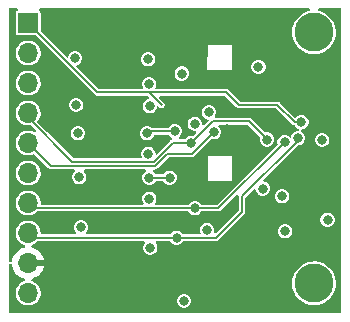
<source format=gbr>
%TF.GenerationSoftware,KiCad,Pcbnew,(5.99.0-3293-g62433736b)*%
%TF.CreationDate,2020-09-21T11:29:42+07:00*%
%TF.ProjectId,IMU_board,494d555f-626f-4617-9264-2e6b69636164,rev?*%
%TF.SameCoordinates,Original*%
%TF.FileFunction,Copper,L4,Bot*%
%TF.FilePolarity,Positive*%
%FSLAX46Y46*%
G04 Gerber Fmt 4.6, Leading zero omitted, Abs format (unit mm)*
G04 Created by KiCad (PCBNEW (5.99.0-3293-g62433736b)) date 2020-09-21 11:29:42*
%MOMM*%
%LPD*%
G01*
G04 APERTURE LIST*
%TA.AperFunction,ComponentPad*%
%ADD10R,1.700000X1.700000*%
%TD*%
%TA.AperFunction,ComponentPad*%
%ADD11O,1.700000X1.700000*%
%TD*%
%TA.AperFunction,ViaPad*%
%ADD12C,0.800000*%
%TD*%
%TA.AperFunction,ViaPad*%
%ADD13C,3.300000*%
%TD*%
%TA.AperFunction,Conductor*%
%ADD14C,0.152400*%
%TD*%
G04 APERTURE END LIST*
D10*
%TO.P,J1,1,Pin_1*%
%TO.N,LSM6D3_CS*%
X125050000Y-86960000D03*
D11*
%TO.P,J1,2,Pin_2*%
%TO.N,ICM20948_CS_3.3v*%
X125050000Y-89500000D03*
%TO.P,J1,3,Pin_3*%
%TO.N,ICM20948_DRDY_3.3v*%
X125050000Y-92040000D03*
%TO.P,J1,4,Pin_4*%
%TO.N,IMU_MISO_3.3v*%
X125050000Y-94580000D03*
%TO.P,J1,5,Pin_5*%
%TO.N,MPU9250_CS*%
X125050000Y-97120000D03*
%TO.P,J1,6,Pin_6*%
%TO.N,Net-(J1-Pad6)*%
X125050000Y-99660000D03*
%TO.P,J1,7,Pin_7*%
%TO.N,IMU_MOSI_3.3v*%
X125050000Y-102200000D03*
%TO.P,J1,8,Pin_8*%
%TO.N,IMU_CLK_3.3v*%
X125050000Y-104740000D03*
%TO.P,J1,9,Pin_9*%
%TO.N,GND*%
X125050000Y-107280000D03*
%TO.P,J1,10,Pin_10*%
%TO.N,+5V*%
X125050000Y-109820000D03*
%TD*%
D12*
%TO.N,GND*%
X150425000Y-105225000D03*
D13*
%TO.N,*%
X149250000Y-87750000D03*
X149250000Y-109000000D03*
D12*
%TO.N,MPU9250_CS*%
X140750000Y-96212500D03*
%TO.N,IMU_MOSI_3.3v*%
X139150000Y-102637500D03*
X146762500Y-97037500D03*
%TO.N,IMU_MOSI*%
X135325000Y-100050000D03*
X137025000Y-100050000D03*
%TO.N,IMU_MISO_3.3v*%
X145275000Y-96825000D03*
X138875000Y-97087500D03*
%TO.N,IMU_MISO*%
X135142500Y-96307500D03*
X137450000Y-96125000D03*
%TO.N,IMU_CLK_3.3v*%
X139162170Y-95487830D03*
X137611299Y-105138701D03*
X147875000Y-96725000D03*
%TO.N,ICM20948_DRDY*%
X140350000Y-94525000D03*
X135295000Y-92150000D03*
%TO.N,GND*%
X138100000Y-89512500D03*
X144500000Y-108775000D03*
X138325000Y-108775000D03*
X143162500Y-92962500D03*
X134950000Y-110650000D03*
X138600000Y-98725000D03*
X128800000Y-110475000D03*
X148900000Y-94550000D03*
X150100000Y-98125000D03*
X141925000Y-95962500D03*
X146400000Y-93225000D03*
X142475000Y-102612500D03*
X146662500Y-102862500D03*
%TO.N,+3V3*%
X129528799Y-104273799D03*
X129025000Y-89955000D03*
X150400000Y-103625000D03*
X149950000Y-96875000D03*
X146825000Y-104600000D03*
X129120000Y-93900000D03*
X140200000Y-104462500D03*
X129387889Y-100012111D03*
X144900000Y-100975000D03*
X138250000Y-110500000D03*
X129250000Y-96300000D03*
X146556250Y-101631250D03*
%TO.N,+1V8*%
X135225000Y-90030000D03*
X135378799Y-105998799D03*
X144550000Y-90687500D03*
X138050000Y-91237500D03*
X135345000Y-94000000D03*
X135312889Y-101837111D03*
X135227500Y-98032500D03*
%TO.N,LSM6D3_CS*%
X148187500Y-95362500D03*
%TD*%
D14*
%TO.N,MPU9250_CS*%
X140750000Y-96212500D02*
X138926201Y-98036299D01*
X136836305Y-98036299D02*
X135811494Y-99061111D01*
X138926201Y-98036299D02*
X136836305Y-98036299D01*
X135811494Y-99061111D02*
X126991111Y-99061111D01*
X126991111Y-99061111D02*
X125050000Y-97120000D01*
%TO.N,IMU_MOSI_3.3v*%
X141162500Y-102637500D02*
X139150000Y-102637500D01*
X139150000Y-102637500D02*
X125487500Y-102637500D01*
X125487500Y-102637500D02*
X125050000Y-102200000D01*
X146762500Y-97037500D02*
X141162500Y-102637500D01*
%TO.N,IMU_MOSI*%
X137025000Y-100050000D02*
X135325000Y-100050000D01*
%TO.N,IMU_MISO_3.3v*%
X138875000Y-97087500D02*
X137286722Y-97087500D01*
X128800521Y-98708701D02*
X125050000Y-94958180D01*
X143786299Y-95286299D02*
X145325000Y-96825000D01*
X138875000Y-97087500D02*
X140676201Y-95286299D01*
X137286722Y-97087500D02*
X135665521Y-98708701D01*
X140676201Y-95286299D02*
X143786299Y-95286299D01*
X135665521Y-98708701D02*
X128800521Y-98708701D01*
X125050000Y-94958180D02*
X125050000Y-94580000D01*
%TO.N,IMU_MISO*%
X135325000Y-96125000D02*
X135142500Y-96307500D01*
X137450000Y-96125000D02*
X135325000Y-96125000D01*
%TO.N,IMU_CLK_3.3v*%
X140949577Y-105138701D02*
X137611299Y-105138701D01*
X137611299Y-105138701D02*
X125448701Y-105138701D01*
X147875000Y-96725000D02*
X147875000Y-96925778D01*
X125448701Y-105138701D02*
X125050000Y-104740000D01*
X143151201Y-101649577D02*
X143151201Y-102937077D01*
X147875000Y-96925778D02*
X143151201Y-101649577D01*
X143151201Y-102937077D02*
X140949577Y-105138701D01*
%TO.N,LSM6D3_CS*%
X141326201Y-92826201D02*
X141824583Y-92826201D01*
X142898382Y-93900000D02*
X146159315Y-93900000D01*
X130916201Y-92826201D02*
X125050000Y-86960000D01*
X148187500Y-95362500D02*
X147621815Y-95362500D01*
X136350000Y-93900000D02*
X135276201Y-92826201D01*
X135276201Y-92826201D02*
X130916201Y-92826201D01*
X141824583Y-92826201D02*
X142898382Y-93900000D01*
X147621815Y-95362500D02*
X146159315Y-93900000D01*
X135276201Y-92826201D02*
X141326201Y-92826201D01*
%TD*%
%TA.AperFunction,Conductor*%
%TO.N,GND*%
G36*
X148860443Y-85720502D02*
G01*
X148906936Y-85774158D01*
X148917040Y-85844432D01*
X148887546Y-85909012D01*
X148818519Y-85949747D01*
X148703679Y-85974157D01*
X148397839Y-86098968D01*
X148380455Y-86110000D01*
X148118933Y-86275966D01*
X147875782Y-86499555D01*
X147749601Y-86665793D01*
X147676065Y-86762673D01*
X147526100Y-87056997D01*
X147430625Y-87373225D01*
X147392658Y-87701364D01*
X147413399Y-88031039D01*
X147452333Y-88189550D01*
X147492192Y-88351831D01*
X147626550Y-88653602D01*
X147649281Y-88687049D01*
X147801946Y-88911688D01*
X147812222Y-88926809D01*
X148043340Y-89162819D01*
X148312598Y-89354171D01*
X148611485Y-89494816D01*
X148611487Y-89494817D01*
X148611488Y-89494817D01*
X148930559Y-89580312D01*
X149095143Y-89594133D01*
X149259726Y-89607954D01*
X149259728Y-89607954D01*
X149369349Y-89597592D01*
X149588594Y-89576867D01*
X149843117Y-89505801D01*
X149906749Y-89488035D01*
X150094978Y-89397042D01*
X150204148Y-89344268D01*
X150471389Y-89150105D01*
X150700024Y-88911687D01*
X150882823Y-88636553D01*
X150945331Y-88492105D01*
X151014013Y-88333391D01*
X151089443Y-88011792D01*
X151100623Y-87584836D01*
X151042127Y-87259729D01*
X150926985Y-86950119D01*
X150758834Y-86665793D01*
X150542991Y-86415736D01*
X150286279Y-86207855D01*
X150108282Y-86110000D01*
X149996815Y-86048720D01*
X149996814Y-86048720D01*
X149996811Y-86048718D01*
X149691350Y-85945919D01*
X149633167Y-85905234D01*
X149606217Y-85839551D01*
X149619055Y-85769725D01*
X149667606Y-85717925D01*
X149731539Y-85700500D01*
X151549501Y-85700500D01*
X151549500Y-111549500D01*
X123450500Y-111549500D01*
X123450500Y-107475753D01*
X123470502Y-107407632D01*
X123524158Y-107361139D01*
X123594432Y-107351035D01*
X123659012Y-107380529D01*
X123702145Y-107466306D01*
X123704432Y-107496728D01*
X123760186Y-107720345D01*
X123852820Y-107931369D01*
X123979683Y-108123768D01*
X124137153Y-108292044D01*
X124320723Y-108431381D01*
X124525141Y-108537794D01*
X124692640Y-108591572D01*
X124751385Y-108631441D01*
X124779250Y-108696741D01*
X124767387Y-108766739D01*
X124701323Y-108828365D01*
X124691763Y-108832227D01*
X124561186Y-108884984D01*
X124388883Y-108997736D01*
X124241762Y-109141808D01*
X124125426Y-109311711D01*
X124044308Y-109500976D01*
X124001495Y-109702391D01*
X123998924Y-109886553D01*
X123998620Y-109908289D01*
X124035791Y-110110817D01*
X124111596Y-110302279D01*
X124223139Y-110475359D01*
X124366182Y-110623484D01*
X124535269Y-110741003D01*
X124723962Y-110823441D01*
X124925077Y-110867659D01*
X125130943Y-110871970D01*
X125130945Y-110871970D01*
X125210436Y-110857954D01*
X125333731Y-110836215D01*
X125525715Y-110761748D01*
X125699570Y-110651415D01*
X125699572Y-110651414D01*
X125848690Y-110509411D01*
X125922421Y-110404890D01*
X137649500Y-110404890D01*
X137649500Y-110595110D01*
X137708281Y-110776019D01*
X137820090Y-110929910D01*
X137973981Y-111041719D01*
X138154890Y-111100500D01*
X138345110Y-111100500D01*
X138526019Y-111041719D01*
X138679910Y-110929910D01*
X138791719Y-110776019D01*
X138850500Y-110595110D01*
X138850500Y-110404890D01*
X138791719Y-110223981D01*
X138679910Y-110070090D01*
X138526019Y-109958281D01*
X138345110Y-109899500D01*
X138154890Y-109899500D01*
X137973981Y-109958281D01*
X137820090Y-110070090D01*
X137708281Y-110223981D01*
X137649500Y-110404890D01*
X125922421Y-110404890D01*
X125967387Y-110341148D01*
X126051140Y-110153035D01*
X126096760Y-109952237D01*
X126100045Y-109717042D01*
X126077233Y-109601831D01*
X126060050Y-109515050D01*
X125981579Y-109324668D01*
X125867629Y-109153160D01*
X125722535Y-109007049D01*
X125722533Y-109007047D01*
X125639981Y-108951364D01*
X147392658Y-108951364D01*
X147413399Y-109281039D01*
X147424116Y-109324670D01*
X147492192Y-109601831D01*
X147626550Y-109903602D01*
X147663710Y-109958281D01*
X147801946Y-110161688D01*
X147812222Y-110176809D01*
X148043340Y-110412819D01*
X148312598Y-110604171D01*
X148611485Y-110744816D01*
X148611487Y-110744817D01*
X148611488Y-110744817D01*
X148930559Y-110830312D01*
X149095144Y-110844133D01*
X149259726Y-110857954D01*
X149259728Y-110857954D01*
X149369349Y-110847592D01*
X149588594Y-110826867D01*
X149843117Y-110755801D01*
X149906749Y-110738035D01*
X150085934Y-110651414D01*
X150204148Y-110594268D01*
X150471389Y-110400105D01*
X150700024Y-110161687D01*
X150882823Y-109886553D01*
X150962517Y-109702391D01*
X151014013Y-109583391D01*
X151089443Y-109261792D01*
X151100623Y-108834836D01*
X151042127Y-108509729D01*
X150926985Y-108200119D01*
X150758834Y-107915793D01*
X150542991Y-107665736D01*
X150286279Y-107457855D01*
X149996811Y-107298718D01*
X149683737Y-107193357D01*
X149683734Y-107193356D01*
X149356956Y-107145102D01*
X149356953Y-107145102D01*
X149026788Y-107155478D01*
X148703679Y-107224157D01*
X148397839Y-107348968D01*
X148397836Y-107348970D01*
X148118933Y-107525966D01*
X147875782Y-107749555D01*
X147789276Y-107863523D01*
X147676065Y-108012673D01*
X147526100Y-108306997D01*
X147430625Y-108623225D01*
X147392658Y-108951364D01*
X125639981Y-108951364D01*
X125551822Y-108891900D01*
X125402816Y-108829264D01*
X125347770Y-108784428D01*
X125325702Y-108716948D01*
X125343620Y-108648250D01*
X125419756Y-108594623D01*
X125419116Y-108592956D01*
X125425724Y-108590420D01*
X125426954Y-108589553D01*
X125429096Y-108589125D01*
X125644250Y-108506535D01*
X125842412Y-108388874D01*
X126017917Y-108239509D01*
X126165748Y-108062705D01*
X126281674Y-107863523D01*
X126362383Y-107647660D01*
X126384065Y-107534000D01*
X124796000Y-107534000D01*
X124796000Y-107026000D01*
X126384308Y-107026000D01*
X126369198Y-106937600D01*
X126292649Y-106720226D01*
X126180569Y-106518860D01*
X126036158Y-106339247D01*
X125863558Y-106186544D01*
X125667688Y-106065101D01*
X125454159Y-105978395D01*
X125419309Y-105970733D01*
X125357073Y-105936569D01*
X125323186Y-105874181D01*
X125328409Y-105803377D01*
X125400800Y-105730200D01*
X125525712Y-105681749D01*
X125525711Y-105681749D01*
X125525715Y-105681748D01*
X125699570Y-105571415D01*
X125699572Y-105571414D01*
X125819635Y-105457080D01*
X125863403Y-105415401D01*
X134813116Y-105415401D01*
X134881237Y-105435403D01*
X134927730Y-105489059D01*
X134937834Y-105559333D01*
X134915052Y-105615462D01*
X134837080Y-105722780D01*
X134778299Y-105903689D01*
X134778299Y-106093909D01*
X134837080Y-106274818D01*
X134948889Y-106428709D01*
X135102780Y-106540518D01*
X135283689Y-106599299D01*
X135473909Y-106599299D01*
X135654818Y-106540518D01*
X135808709Y-106428709D01*
X135920518Y-106274818D01*
X135979299Y-106093909D01*
X135979299Y-105903689D01*
X135920518Y-105722780D01*
X135842546Y-105615462D01*
X135818688Y-105548595D01*
X135834768Y-105479443D01*
X135885681Y-105429963D01*
X135944482Y-105415401D01*
X137070075Y-105415401D01*
X137181389Y-105568611D01*
X137335280Y-105680420D01*
X137516189Y-105739201D01*
X137706409Y-105739201D01*
X137887318Y-105680420D01*
X138041209Y-105568611D01*
X138152523Y-105415401D01*
X140902385Y-105415401D01*
X140917449Y-105420691D01*
X140964986Y-105415401D01*
X140980768Y-105415401D01*
X140995800Y-105411972D01*
X141042914Y-105406729D01*
X141056703Y-105398079D01*
X141072656Y-105394440D01*
X141110213Y-105364512D01*
X141123266Y-105356324D01*
X141134162Y-105345428D01*
X141171384Y-105315767D01*
X141178429Y-105301161D01*
X141974700Y-104504890D01*
X146224500Y-104504890D01*
X146224500Y-104695110D01*
X146283281Y-104876019D01*
X146395090Y-105029910D01*
X146548981Y-105141719D01*
X146729890Y-105200500D01*
X146920110Y-105200500D01*
X147101019Y-105141719D01*
X147254910Y-105029910D01*
X147366719Y-104876019D01*
X147425500Y-104695110D01*
X147425500Y-104504890D01*
X147366719Y-104323981D01*
X147254910Y-104170090D01*
X147101019Y-104058281D01*
X146920110Y-103999500D01*
X146729890Y-103999500D01*
X146548981Y-104058281D01*
X146395090Y-104170090D01*
X146283281Y-104323981D01*
X146224500Y-104504890D01*
X141974700Y-104504890D01*
X142949700Y-103529890D01*
X149799500Y-103529890D01*
X149799500Y-103720110D01*
X149858281Y-103901019D01*
X149970090Y-104054910D01*
X150123981Y-104166719D01*
X150304890Y-104225500D01*
X150495110Y-104225500D01*
X150676019Y-104166719D01*
X150829910Y-104054910D01*
X150941719Y-103901019D01*
X151000500Y-103720110D01*
X151000500Y-103529890D01*
X150941719Y-103348981D01*
X150829910Y-103195090D01*
X150676019Y-103083281D01*
X150495110Y-103024500D01*
X150304890Y-103024500D01*
X150123981Y-103083281D01*
X149970090Y-103195090D01*
X149858281Y-103348981D01*
X149799500Y-103529890D01*
X142949700Y-103529890D01*
X143313486Y-103166105D01*
X143327880Y-103159193D01*
X143357760Y-103121831D01*
X143368914Y-103110678D01*
X143377117Y-103097627D01*
X143406725Y-103060603D01*
X143410359Y-103044735D01*
X143419067Y-103030881D01*
X143424460Y-102983164D01*
X143427901Y-102968143D01*
X143427901Y-102952730D01*
X143433247Y-102905440D01*
X143430257Y-102896878D01*
X143427901Y-102890130D01*
X143427901Y-101764189D01*
X144255965Y-100936125D01*
X144358281Y-101251020D01*
X144390520Y-101295392D01*
X144470090Y-101404910D01*
X144623981Y-101516719D01*
X144804890Y-101575500D01*
X144995110Y-101575500D01*
X145116247Y-101536140D01*
X145955750Y-101536140D01*
X145955750Y-101726360D01*
X146014531Y-101907269D01*
X146126340Y-102061160D01*
X146280231Y-102172969D01*
X146461140Y-102231750D01*
X146651360Y-102231750D01*
X146832269Y-102172969D01*
X146986160Y-102061160D01*
X147097969Y-101907269D01*
X147156750Y-101726360D01*
X147156750Y-101536140D01*
X147097969Y-101355231D01*
X146986160Y-101201340D01*
X146832269Y-101089531D01*
X146651360Y-101030750D01*
X146461140Y-101030750D01*
X146280231Y-101089531D01*
X146126340Y-101201340D01*
X146014531Y-101355231D01*
X145955750Y-101536140D01*
X145116247Y-101536140D01*
X145176019Y-101516719D01*
X145329910Y-101404910D01*
X145441719Y-101251019D01*
X145500500Y-101070110D01*
X145500500Y-100879890D01*
X145441719Y-100698981D01*
X145329910Y-100545090D01*
X145176020Y-100433281D01*
X144861125Y-100330965D01*
X147866591Y-97325500D01*
X147970110Y-97325500D01*
X148151019Y-97266719D01*
X148304910Y-97154910D01*
X148416719Y-97001019D01*
X148475500Y-96820110D01*
X148475500Y-96779890D01*
X149349500Y-96779890D01*
X149349500Y-96970110D01*
X149408281Y-97151019D01*
X149520090Y-97304910D01*
X149673981Y-97416719D01*
X149854890Y-97475500D01*
X150045110Y-97475500D01*
X150226019Y-97416719D01*
X150379910Y-97304910D01*
X150491719Y-97151019D01*
X150550500Y-96970110D01*
X150550500Y-96779890D01*
X150491719Y-96598981D01*
X150379910Y-96445090D01*
X150226019Y-96333281D01*
X150045110Y-96274500D01*
X149854890Y-96274500D01*
X149673981Y-96333281D01*
X149520090Y-96445090D01*
X149408281Y-96598981D01*
X149349500Y-96779890D01*
X148475500Y-96779890D01*
X148475500Y-96629890D01*
X148416719Y-96448981D01*
X148304910Y-96295090D01*
X148180761Y-96204890D01*
X148161555Y-96190936D01*
X148118201Y-96134714D01*
X148112126Y-96063977D01*
X148145258Y-96001186D01*
X148235616Y-95963000D01*
X148282610Y-95963000D01*
X148463519Y-95904219D01*
X148617410Y-95792410D01*
X148729219Y-95638519D01*
X148788000Y-95457610D01*
X148788000Y-95267390D01*
X148729219Y-95086481D01*
X148617410Y-94932590D01*
X148463519Y-94820781D01*
X148282610Y-94762000D01*
X148092390Y-94762000D01*
X147911481Y-94820781D01*
X147656595Y-95005967D01*
X146388344Y-93737717D01*
X146381431Y-93723321D01*
X146344064Y-93693437D01*
X146332917Y-93682289D01*
X146319874Y-93674091D01*
X146282842Y-93644477D01*
X146282841Y-93644477D01*
X146282840Y-93644476D01*
X146266970Y-93640841D01*
X146253119Y-93632136D01*
X146205413Y-93626743D01*
X146190381Y-93623300D01*
X146174959Y-93623300D01*
X146127679Y-93617955D01*
X146112373Y-93623300D01*
X143012995Y-93623300D01*
X142053612Y-92663918D01*
X142046699Y-92649522D01*
X142009332Y-92619638D01*
X141998185Y-92608490D01*
X141985142Y-92600292D01*
X141948110Y-92570678D01*
X141948109Y-92570678D01*
X141948108Y-92570677D01*
X141932238Y-92567042D01*
X141918387Y-92558337D01*
X141870681Y-92552944D01*
X141855649Y-92549501D01*
X141840227Y-92549501D01*
X141792947Y-92544156D01*
X141777641Y-92549501D01*
X135796597Y-92549501D01*
X135853935Y-92373035D01*
X135895500Y-92245110D01*
X135895500Y-92054890D01*
X135836719Y-91873981D01*
X135724910Y-91720090D01*
X135571019Y-91608281D01*
X135390110Y-91549500D01*
X135199890Y-91549500D01*
X135018981Y-91608281D01*
X134865090Y-91720090D01*
X134753281Y-91873981D01*
X134694500Y-92054890D01*
X134694500Y-92245110D01*
X134736066Y-92373035D01*
X134793403Y-92549501D01*
X131030814Y-92549501D01*
X129623703Y-91142390D01*
X137449500Y-91142390D01*
X137449500Y-91332610D01*
X137508281Y-91513519D01*
X137620090Y-91667410D01*
X137773981Y-91779219D01*
X137954890Y-91838000D01*
X138145110Y-91838000D01*
X138326019Y-91779219D01*
X138479910Y-91667410D01*
X138591719Y-91513519D01*
X138650500Y-91332610D01*
X138650500Y-91142390D01*
X138591719Y-90961481D01*
X138574296Y-90937500D01*
X140225000Y-90937500D01*
X142275000Y-90937500D01*
X142275000Y-90592390D01*
X143949500Y-90592390D01*
X143949500Y-90782610D01*
X144008281Y-90963519D01*
X144120090Y-91117410D01*
X144273981Y-91229219D01*
X144454890Y-91288000D01*
X144645110Y-91288000D01*
X144826019Y-91229219D01*
X144979910Y-91117410D01*
X145091719Y-90963519D01*
X145150500Y-90782610D01*
X145150500Y-90592390D01*
X145091719Y-90411481D01*
X144979910Y-90257590D01*
X144826019Y-90145781D01*
X144645110Y-90087000D01*
X144454890Y-90087000D01*
X144273981Y-90145781D01*
X144120090Y-90257590D01*
X144008281Y-90411481D01*
X143949500Y-90592390D01*
X142275000Y-90592390D01*
X142275000Y-88812500D01*
X140250000Y-88812500D01*
X140225000Y-90937500D01*
X138574296Y-90937500D01*
X138479910Y-90807590D01*
X138326019Y-90695781D01*
X138145110Y-90637000D01*
X137954890Y-90637000D01*
X137773981Y-90695781D01*
X137620090Y-90807590D01*
X137508281Y-90961481D01*
X137449500Y-91142390D01*
X129623703Y-91142390D01*
X129057242Y-90575929D01*
X129301019Y-90496719D01*
X129454910Y-90384910D01*
X129566719Y-90231019D01*
X129625500Y-90050110D01*
X129625500Y-89934890D01*
X134624500Y-89934890D01*
X134624500Y-90125110D01*
X134683281Y-90306019D01*
X134795090Y-90459910D01*
X134948981Y-90571719D01*
X135129890Y-90630500D01*
X135320110Y-90630500D01*
X135501019Y-90571719D01*
X135654910Y-90459910D01*
X135766719Y-90306019D01*
X135825500Y-90125110D01*
X135825500Y-89934890D01*
X135766719Y-89753981D01*
X135654910Y-89600090D01*
X135501019Y-89488281D01*
X135320110Y-89429500D01*
X135129890Y-89429500D01*
X134948981Y-89488281D01*
X134795090Y-89600090D01*
X134683281Y-89753981D01*
X134624500Y-89934890D01*
X129625500Y-89934890D01*
X129625500Y-89859890D01*
X129566719Y-89678981D01*
X129454910Y-89525090D01*
X129301019Y-89413281D01*
X129120110Y-89354500D01*
X128929890Y-89354500D01*
X128748981Y-89413281D01*
X128595090Y-89525090D01*
X128483281Y-89678981D01*
X128404071Y-89922758D01*
X126103918Y-87622606D01*
X126103918Y-86109998D01*
X126088397Y-86031964D01*
X126044193Y-85965809D01*
X125992495Y-85931265D01*
X125946968Y-85876787D01*
X125938121Y-85806344D01*
X125968762Y-85742300D01*
X126062498Y-85700500D01*
X148792322Y-85700500D01*
X148860443Y-85720502D01*
G37*
%TD.AperFunction*%
%TA.AperFunction,Conductor*%
G36*
X124105623Y-85720502D02*
G01*
X124152116Y-85774158D01*
X124162220Y-85844432D01*
X124107505Y-85931265D01*
X124055807Y-85965809D01*
X124011603Y-86031964D01*
X123996082Y-86109998D01*
X123996082Y-87810002D01*
X124011603Y-87888036D01*
X124055808Y-87954192D01*
X124121964Y-87998397D01*
X124199998Y-88013918D01*
X125712606Y-88013918D01*
X130687173Y-92988486D01*
X130694085Y-93002880D01*
X130731447Y-93032760D01*
X130742598Y-93043912D01*
X130755653Y-93052117D01*
X130792676Y-93081725D01*
X130808546Y-93085360D01*
X130822396Y-93094065D01*
X130870103Y-93099458D01*
X130885135Y-93102901D01*
X130900557Y-93102901D01*
X130947837Y-93108246D01*
X130963143Y-93102901D01*
X135161589Y-93102901D01*
X135407105Y-93348417D01*
X135068980Y-93458281D01*
X134915090Y-93570090D01*
X134803281Y-93723981D01*
X134744500Y-93904890D01*
X134744500Y-94095110D01*
X134803281Y-94276019D01*
X134915090Y-94429910D01*
X135068981Y-94541719D01*
X135249890Y-94600500D01*
X135440110Y-94600500D01*
X135621019Y-94541719D01*
X135774910Y-94429910D01*
X135886719Y-94276019D01*
X135924689Y-94159159D01*
X135945500Y-94095110D01*
X135945500Y-94095109D01*
X135996582Y-93937895D01*
X136176396Y-94117710D01*
X136256194Y-94167864D01*
X136303900Y-94173257D01*
X136381636Y-94182045D01*
X136381637Y-94182045D01*
X136500818Y-94140426D01*
X136515355Y-94125914D01*
X136590162Y-94051238D01*
X136631990Y-93932128D01*
X136618028Y-93806662D01*
X136567623Y-93726310D01*
X136159309Y-93317996D01*
X136125284Y-93255684D01*
X136130348Y-93184869D01*
X136172895Y-93128033D01*
X136248404Y-93102901D01*
X141709971Y-93102901D01*
X142669354Y-94062286D01*
X142676266Y-94076679D01*
X142713628Y-94106559D01*
X142724779Y-94117711D01*
X142737834Y-94125916D01*
X142774857Y-94155524D01*
X142790727Y-94159159D01*
X142804577Y-94167864D01*
X142852284Y-94173257D01*
X142867316Y-94176700D01*
X142882738Y-94176700D01*
X142930018Y-94182045D01*
X142945324Y-94176700D01*
X146044703Y-94176700D01*
X147392787Y-95524785D01*
X147399699Y-95539179D01*
X147437056Y-95569054D01*
X147448214Y-95580212D01*
X147453352Y-95583441D01*
X147461265Y-95588414D01*
X147498290Y-95618024D01*
X147514158Y-95621658D01*
X147528009Y-95630364D01*
X147528011Y-95630365D01*
X147575722Y-95635758D01*
X147590748Y-95639200D01*
X147606170Y-95639200D01*
X147649865Y-95644140D01*
X147757590Y-95792410D01*
X147900945Y-95896564D01*
X147944299Y-95952786D01*
X147950374Y-96023523D01*
X147917242Y-96086314D01*
X147826884Y-96124500D01*
X147779890Y-96124500D01*
X147598981Y-96183281D01*
X147445090Y-96295090D01*
X147333281Y-96448981D01*
X147264683Y-96660101D01*
X147192411Y-96607592D01*
X147192410Y-96607590D01*
X147038519Y-96495781D01*
X146857610Y-96437000D01*
X146667390Y-96437000D01*
X146486481Y-96495781D01*
X146332590Y-96607590D01*
X146220781Y-96761481D01*
X146162000Y-96942390D01*
X146162000Y-97132610D01*
X146189976Y-97218711D01*
X141047888Y-102360800D01*
X139691224Y-102360800D01*
X139579910Y-102207590D01*
X139426019Y-102095781D01*
X139245110Y-102037000D01*
X139054890Y-102037000D01*
X138873981Y-102095781D01*
X138720090Y-102207590D01*
X138608776Y-102360800D01*
X135921954Y-102360800D01*
X135853833Y-102340798D01*
X135807340Y-102287142D01*
X135797236Y-102216868D01*
X135820018Y-102160739D01*
X135854608Y-102113130D01*
X135913389Y-101932221D01*
X135913389Y-101742001D01*
X135854608Y-101561092D01*
X135742799Y-101407201D01*
X135588908Y-101295392D01*
X135407999Y-101236611D01*
X135217779Y-101236611D01*
X135036870Y-101295392D01*
X134882979Y-101407201D01*
X134771170Y-101561092D01*
X134712389Y-101742001D01*
X134712389Y-101932221D01*
X134771170Y-102113130D01*
X134805760Y-102160739D01*
X134829619Y-102227607D01*
X134813538Y-102296758D01*
X134762624Y-102346239D01*
X134703824Y-102360800D01*
X126096360Y-102360800D01*
X126096759Y-102332241D01*
X126096760Y-102332237D01*
X126100045Y-102097042D01*
X126100045Y-102097040D01*
X126060050Y-101895050D01*
X125981579Y-101704668D01*
X125867629Y-101533160D01*
X125722535Y-101387049D01*
X125722533Y-101387047D01*
X125551822Y-101271900D01*
X125361996Y-101192105D01*
X125361995Y-101192105D01*
X125361993Y-101192104D01*
X125160289Y-101150700D01*
X125005853Y-101149622D01*
X124954375Y-101149262D01*
X124954374Y-101149262D01*
X124752106Y-101187847D01*
X124656647Y-101226415D01*
X124561186Y-101264984D01*
X124388883Y-101377736D01*
X124241762Y-101521808D01*
X124125426Y-101691711D01*
X124044308Y-101880976D01*
X124011143Y-102037000D01*
X124001495Y-102082391D01*
X123998620Y-102288289D01*
X124035791Y-102490817D01*
X124111596Y-102682279D01*
X124223139Y-102855359D01*
X124366182Y-103003484D01*
X124535269Y-103121003D01*
X124723962Y-103203441D01*
X124925077Y-103247659D01*
X125130943Y-103251970D01*
X125130945Y-103251970D01*
X125210175Y-103238000D01*
X125333731Y-103216215D01*
X125525715Y-103141748D01*
X125699570Y-103031416D01*
X125822660Y-102914200D01*
X138608776Y-102914200D01*
X138720090Y-103067410D01*
X138873981Y-103179219D01*
X139054890Y-103238000D01*
X139245110Y-103238000D01*
X139426019Y-103179219D01*
X139579910Y-103067410D01*
X139691224Y-102914200D01*
X141115308Y-102914200D01*
X141130372Y-102919490D01*
X141177909Y-102914200D01*
X141193691Y-102914200D01*
X141208723Y-102910771D01*
X141255837Y-102905528D01*
X141269626Y-102896878D01*
X141285579Y-102893239D01*
X141323136Y-102863311D01*
X141336189Y-102855123D01*
X141347085Y-102844227D01*
X141384307Y-102814566D01*
X141391352Y-102799960D01*
X142659407Y-101531906D01*
X142721718Y-101497880D01*
X142792533Y-101502945D01*
X142849369Y-101545492D01*
X142874501Y-101621001D01*
X142874501Y-101633933D01*
X142869156Y-101681213D01*
X142874501Y-101696519D01*
X142874502Y-102822463D01*
X141853077Y-103843889D01*
X141008515Y-104688451D01*
X140946203Y-104722476D01*
X140875388Y-104717412D01*
X140818552Y-104674865D01*
X140793741Y-104608345D01*
X140799587Y-104560420D01*
X140800500Y-104557610D01*
X140800500Y-104367390D01*
X140741719Y-104186481D01*
X140629910Y-104032590D01*
X140476019Y-103920781D01*
X140295110Y-103862000D01*
X140104890Y-103862000D01*
X139923981Y-103920781D01*
X139770090Y-104032590D01*
X139658281Y-104186481D01*
X139599500Y-104367390D01*
X139599500Y-104557610D01*
X139698403Y-104862001D01*
X138152523Y-104862001D01*
X138041209Y-104708791D01*
X137887318Y-104596982D01*
X137706409Y-104538201D01*
X137516189Y-104538201D01*
X137335280Y-104596982D01*
X137181389Y-104708791D01*
X137070075Y-104862001D01*
X130090992Y-104862001D01*
X130022871Y-104841999D01*
X129976378Y-104788343D01*
X129966274Y-104718069D01*
X129989056Y-104661940D01*
X130070518Y-104549818D01*
X130129299Y-104368909D01*
X130129299Y-104178689D01*
X130070518Y-103997780D01*
X129958709Y-103843889D01*
X129804818Y-103732080D01*
X129623909Y-103673299D01*
X129433689Y-103673299D01*
X129252780Y-103732080D01*
X129098889Y-103843889D01*
X128987080Y-103997780D01*
X128928299Y-104178689D01*
X128928299Y-104368909D01*
X128987080Y-104549818D01*
X129068542Y-104661940D01*
X129092400Y-104728807D01*
X129076320Y-104797959D01*
X129025406Y-104847439D01*
X128966606Y-104862001D01*
X126096903Y-104862001D01*
X126100045Y-104637042D01*
X126092113Y-104596982D01*
X126060050Y-104435050D01*
X125981579Y-104244668D01*
X125867629Y-104073160D01*
X125722535Y-103927049D01*
X125722533Y-103927047D01*
X125551822Y-103811900D01*
X125361996Y-103732105D01*
X125361995Y-103732105D01*
X125361993Y-103732104D01*
X125160289Y-103690700D01*
X125005853Y-103689621D01*
X124954375Y-103689262D01*
X124954374Y-103689262D01*
X124752106Y-103727847D01*
X124656646Y-103766416D01*
X124561186Y-103804984D01*
X124388883Y-103917736D01*
X124241762Y-104061808D01*
X124125426Y-104231711D01*
X124044308Y-104420976D01*
X124001495Y-104622391D01*
X123999044Y-104797959D01*
X123998620Y-104828289D01*
X124035791Y-105030817D01*
X124111596Y-105222279D01*
X124223139Y-105395359D01*
X124366182Y-105543484D01*
X124535269Y-105661003D01*
X124703158Y-105734352D01*
X124757574Y-105779954D01*
X124778697Y-105847735D01*
X124759822Y-105916176D01*
X124688921Y-105970500D01*
X124549386Y-106012363D01*
X124342960Y-106114833D01*
X124156749Y-106250621D01*
X123996079Y-106415841D01*
X123865546Y-106605768D01*
X123768880Y-106814972D01*
X123708842Y-107037482D01*
X123701941Y-107110484D01*
X123675617Y-107176421D01*
X123617824Y-107217658D01*
X123546911Y-107221104D01*
X123485392Y-107185664D01*
X123450500Y-107098627D01*
X123450500Y-99748289D01*
X123998620Y-99748289D01*
X124035791Y-99950817D01*
X124111596Y-100142279D01*
X124223139Y-100315359D01*
X124366182Y-100463484D01*
X124535269Y-100581003D01*
X124723962Y-100663441D01*
X124925077Y-100707659D01*
X125130943Y-100711970D01*
X125130945Y-100711970D01*
X125204611Y-100698981D01*
X125333731Y-100676215D01*
X125525715Y-100601748D01*
X125699570Y-100491415D01*
X125699572Y-100491414D01*
X125848690Y-100349411D01*
X125861703Y-100330965D01*
X125967386Y-100181149D01*
X125967387Y-100181148D01*
X126051140Y-99993035D01*
X126096760Y-99792237D01*
X126100045Y-99557042D01*
X126092160Y-99517218D01*
X126060050Y-99355050D01*
X126011718Y-99237790D01*
X125981580Y-99164670D01*
X125867628Y-98993159D01*
X125722533Y-98847047D01*
X125551822Y-98731900D01*
X125361996Y-98652105D01*
X125361995Y-98652105D01*
X125361993Y-98652104D01*
X125160289Y-98610700D01*
X125005853Y-98609621D01*
X124954375Y-98609262D01*
X124954374Y-98609262D01*
X124752106Y-98647847D01*
X124656647Y-98686415D01*
X124561186Y-98724984D01*
X124388883Y-98837736D01*
X124241762Y-98981808D01*
X124125426Y-99151711D01*
X124125426Y-99151712D01*
X124045665Y-99337811D01*
X124044308Y-99340976D01*
X124008481Y-99509525D01*
X124001495Y-99542391D01*
X123998620Y-99748289D01*
X123450500Y-99748289D01*
X123450500Y-94668289D01*
X123998620Y-94668289D01*
X124035791Y-94870817D01*
X124111596Y-95062279D01*
X124223139Y-95235359D01*
X124366182Y-95383484D01*
X124535269Y-95501003D01*
X124723962Y-95583441D01*
X124925077Y-95627659D01*
X125130943Y-95631970D01*
X125130945Y-95631970D01*
X125245161Y-95611831D01*
X125302269Y-95601762D01*
X125685282Y-95984775D01*
X125719308Y-96047087D01*
X125714243Y-96117902D01*
X125671696Y-96174738D01*
X125605176Y-96199549D01*
X125547363Y-96190025D01*
X125361996Y-96112105D01*
X125361995Y-96112105D01*
X125361993Y-96112104D01*
X125160289Y-96070700D01*
X125005853Y-96069622D01*
X124954375Y-96069262D01*
X124954374Y-96069262D01*
X124752106Y-96107847D01*
X124656646Y-96146416D01*
X124561186Y-96184984D01*
X124388883Y-96297736D01*
X124241762Y-96441808D01*
X124125426Y-96611711D01*
X124044308Y-96800976D01*
X124018985Y-96920110D01*
X124001495Y-97002391D01*
X123998620Y-97208289D01*
X124035791Y-97410817D01*
X124111596Y-97602279D01*
X124223139Y-97775359D01*
X124366182Y-97923484D01*
X124535269Y-98041003D01*
X124723962Y-98123441D01*
X124925077Y-98167659D01*
X125130943Y-98171970D01*
X125130945Y-98171970D01*
X125266136Y-98148133D01*
X125333733Y-98136214D01*
X125393417Y-98113064D01*
X125525712Y-98061749D01*
X125525715Y-98061747D01*
X125579552Y-98040864D01*
X126762083Y-99223396D01*
X126768995Y-99237790D01*
X126806357Y-99267670D01*
X126817510Y-99278824D01*
X126830561Y-99287027D01*
X126867585Y-99316635D01*
X126883453Y-99320269D01*
X126897307Y-99328977D01*
X126945024Y-99334370D01*
X126960045Y-99337811D01*
X126975454Y-99337811D01*
X127013290Y-99342088D01*
X127022748Y-99343157D01*
X127022749Y-99343157D01*
X127038058Y-99337811D01*
X128906565Y-99337811D01*
X128974686Y-99357813D01*
X129021179Y-99411469D01*
X129031283Y-99481743D01*
X128980626Y-99565747D01*
X128957979Y-99582201D01*
X128846170Y-99736092D01*
X128787389Y-99917001D01*
X128787389Y-100107221D01*
X128846170Y-100288130D01*
X128957979Y-100442021D01*
X129111870Y-100553830D01*
X129292779Y-100612611D01*
X129482999Y-100612611D01*
X129663908Y-100553830D01*
X129817799Y-100442021D01*
X129929608Y-100288130D01*
X129988389Y-100107221D01*
X129988389Y-99917001D01*
X129929608Y-99736092D01*
X129817799Y-99582201D01*
X129795152Y-99565747D01*
X129751798Y-99509525D01*
X129745723Y-99438789D01*
X129778854Y-99375997D01*
X129869213Y-99337811D01*
X134895825Y-99337811D01*
X134963946Y-99357813D01*
X135010439Y-99411469D01*
X135020543Y-99481743D01*
X134969886Y-99565747D01*
X134895090Y-99620090D01*
X134783281Y-99773981D01*
X134724500Y-99954890D01*
X134724500Y-100145110D01*
X134783281Y-100326019D01*
X134895090Y-100479910D01*
X135048981Y-100591719D01*
X135229890Y-100650500D01*
X135420110Y-100650500D01*
X135601019Y-100591719D01*
X135754910Y-100479910D01*
X135866224Y-100326700D01*
X136483776Y-100326700D01*
X136595090Y-100479910D01*
X136748981Y-100591719D01*
X136929890Y-100650500D01*
X137120110Y-100650500D01*
X137301019Y-100591719D01*
X137454910Y-100479910D01*
X137566719Y-100326019D01*
X137625500Y-100145110D01*
X137625500Y-99954890D01*
X137566719Y-99773981D01*
X137454910Y-99620090D01*
X137301019Y-99508281D01*
X137120110Y-99449500D01*
X136929890Y-99449500D01*
X136748981Y-99508281D01*
X136595090Y-99620090D01*
X136483776Y-99773300D01*
X135866224Y-99773300D01*
X135754910Y-99620090D01*
X135690702Y-99573440D01*
X135647348Y-99517218D01*
X135641273Y-99446481D01*
X135674404Y-99383690D01*
X135750827Y-99346277D01*
X135826903Y-99337811D01*
X135842685Y-99337811D01*
X135857717Y-99334382D01*
X135904831Y-99329139D01*
X135918620Y-99320489D01*
X135934573Y-99316850D01*
X135972130Y-99286922D01*
X135985183Y-99278734D01*
X135996079Y-99267838D01*
X136033301Y-99238177D01*
X136040346Y-99223571D01*
X136950918Y-98312999D01*
X138879009Y-98312999D01*
X138894073Y-98318289D01*
X138941610Y-98312999D01*
X138957392Y-98312999D01*
X138972424Y-98309570D01*
X139019538Y-98304327D01*
X139033327Y-98295677D01*
X139049280Y-98292038D01*
X139086837Y-98262110D01*
X139099890Y-98253922D01*
X139110786Y-98243026D01*
X139148008Y-98213365D01*
X139155053Y-98198759D01*
X139166312Y-98187500D01*
X140250000Y-98187500D01*
X140250000Y-100312500D01*
X142300000Y-100362500D01*
X142325000Y-98187500D01*
X140250000Y-98187500D01*
X139166312Y-98187500D01*
X140568789Y-96785024D01*
X140654890Y-96813000D01*
X140845110Y-96813000D01*
X141026019Y-96754219D01*
X141179910Y-96642410D01*
X141291719Y-96488519D01*
X141350500Y-96307610D01*
X141350500Y-96117390D01*
X141291719Y-95936481D01*
X141179910Y-95782590D01*
X141168180Y-95766445D01*
X141170956Y-95764428D01*
X141148042Y-95734712D01*
X141141967Y-95663976D01*
X141175099Y-95601184D01*
X141265457Y-95562999D01*
X143671687Y-95562999D01*
X144714738Y-96606050D01*
X144697176Y-96660101D01*
X144674500Y-96729890D01*
X144674500Y-96920110D01*
X144733281Y-97101019D01*
X144845090Y-97254910D01*
X144998981Y-97366719D01*
X145179890Y-97425500D01*
X145370110Y-97425500D01*
X145551019Y-97366719D01*
X145704910Y-97254910D01*
X145816719Y-97101019D01*
X145875500Y-96920110D01*
X145875500Y-96729890D01*
X145816719Y-96548981D01*
X145704910Y-96395090D01*
X145551019Y-96283281D01*
X145370110Y-96224500D01*
X145115813Y-96224500D01*
X144015328Y-95124016D01*
X144008415Y-95109620D01*
X143971048Y-95079736D01*
X143959901Y-95068588D01*
X143946858Y-95060390D01*
X143909826Y-95030776D01*
X143909825Y-95030776D01*
X143909824Y-95030775D01*
X143893954Y-95027140D01*
X143880103Y-95018435D01*
X143832397Y-95013042D01*
X143817365Y-95009599D01*
X143801943Y-95009599D01*
X143754663Y-95004254D01*
X143739357Y-95009599D01*
X140987465Y-95009599D01*
X140919344Y-94989597D01*
X140872851Y-94935941D01*
X140862747Y-94865667D01*
X140885530Y-94809537D01*
X140891719Y-94801019D01*
X140950500Y-94620110D01*
X140950500Y-94429890D01*
X140891719Y-94248981D01*
X140779910Y-94095090D01*
X140626019Y-93983281D01*
X140445110Y-93924500D01*
X140254890Y-93924500D01*
X140073981Y-93983281D01*
X139920090Y-94095090D01*
X139808281Y-94248981D01*
X139749500Y-94429890D01*
X139749500Y-94620110D01*
X139808281Y-94801019D01*
X139920090Y-94954910D01*
X140073981Y-95066719D01*
X140398896Y-95172291D01*
X139977765Y-95593422D01*
X139915453Y-95627448D01*
X139844638Y-95622383D01*
X139787802Y-95579836D01*
X139762670Y-95504327D01*
X139762670Y-95392720D01*
X139703889Y-95211811D01*
X139592080Y-95057920D01*
X139438189Y-94946111D01*
X139257280Y-94887330D01*
X139067060Y-94887330D01*
X138886151Y-94946111D01*
X138732260Y-95057920D01*
X138620451Y-95211811D01*
X138561670Y-95392720D01*
X138561670Y-95582940D01*
X138620451Y-95763849D01*
X138732260Y-95917740D01*
X138886151Y-96029549D01*
X139067060Y-96088330D01*
X139178668Y-96088330D01*
X139246789Y-96108332D01*
X139293282Y-96161988D01*
X139303386Y-96232262D01*
X139267763Y-96303425D01*
X139056212Y-96514976D01*
X138997135Y-96495781D01*
X138970110Y-96487000D01*
X138779890Y-96487000D01*
X138598981Y-96545781D01*
X138445090Y-96657590D01*
X138333776Y-96810800D01*
X137915496Y-96810800D01*
X137847375Y-96790798D01*
X137800882Y-96737142D01*
X137790778Y-96666868D01*
X137841435Y-96582864D01*
X137879910Y-96554910D01*
X137991719Y-96401019D01*
X138050500Y-96220110D01*
X138050500Y-96029890D01*
X137991719Y-95848981D01*
X137879910Y-95695090D01*
X137726019Y-95583281D01*
X137545110Y-95524500D01*
X137354890Y-95524500D01*
X137173981Y-95583281D01*
X137020090Y-95695090D01*
X136908776Y-95848300D01*
X135532096Y-95848300D01*
X135418519Y-95765781D01*
X135237610Y-95707000D01*
X135047390Y-95707000D01*
X134866481Y-95765781D01*
X134712590Y-95877590D01*
X134600781Y-96031481D01*
X134542000Y-96212390D01*
X134542000Y-96402610D01*
X134600781Y-96583519D01*
X134712590Y-96737410D01*
X134866481Y-96849219D01*
X135047390Y-96908000D01*
X135237610Y-96908000D01*
X135418519Y-96849219D01*
X135572410Y-96737410D01*
X135684219Y-96583519D01*
X135714896Y-96489106D01*
X135743296Y-96401700D01*
X136908776Y-96401700D01*
X137020090Y-96554910D01*
X137173981Y-96666719D01*
X137173983Y-96666720D01*
X137276916Y-96741505D01*
X137163645Y-96831761D01*
X137163643Y-96831761D01*
X137126089Y-96861686D01*
X137113032Y-96869877D01*
X137102132Y-96880777D01*
X137064915Y-96910434D01*
X137057871Y-96925038D01*
X135881344Y-98101565D01*
X135769219Y-97756481D01*
X135657410Y-97602590D01*
X135503519Y-97490781D01*
X135322610Y-97432000D01*
X135132390Y-97432000D01*
X134951481Y-97490781D01*
X134797590Y-97602590D01*
X134685781Y-97756481D01*
X134627000Y-97937390D01*
X134627000Y-98127610D01*
X134670702Y-98262109D01*
X134725903Y-98432001D01*
X128915134Y-98432001D01*
X126688023Y-96204890D01*
X128649500Y-96204890D01*
X128649500Y-96395110D01*
X128708281Y-96576019D01*
X128820090Y-96729910D01*
X128973981Y-96841719D01*
X129154890Y-96900500D01*
X129345110Y-96900500D01*
X129526019Y-96841719D01*
X129679910Y-96729910D01*
X129791719Y-96576019D01*
X129850500Y-96395110D01*
X129850500Y-96204890D01*
X129791719Y-96023981D01*
X129679910Y-95870090D01*
X129526019Y-95758281D01*
X129345110Y-95699500D01*
X129154890Y-95699500D01*
X128973981Y-95758281D01*
X128820090Y-95870090D01*
X128708281Y-96023981D01*
X128649500Y-96204890D01*
X126688023Y-96204890D01*
X125808920Y-95325788D01*
X125950208Y-95125500D01*
X125967387Y-95101148D01*
X126051140Y-94913035D01*
X126096760Y-94712237D01*
X126100045Y-94477042D01*
X126090709Y-94429890D01*
X126060050Y-94275050D01*
X126004561Y-94140426D01*
X125981580Y-94084670D01*
X125966708Y-94062286D01*
X125867629Y-93913160D01*
X125760113Y-93804890D01*
X128519500Y-93804890D01*
X128519500Y-93995110D01*
X128578281Y-94176019D01*
X128690090Y-94329910D01*
X128843981Y-94441719D01*
X129024890Y-94500500D01*
X129215110Y-94500500D01*
X129396019Y-94441719D01*
X129549910Y-94329910D01*
X129661719Y-94176019D01*
X129720500Y-93995110D01*
X129720500Y-93804890D01*
X129661719Y-93623981D01*
X129549910Y-93470090D01*
X129396019Y-93358281D01*
X129215110Y-93299500D01*
X129024890Y-93299500D01*
X128843981Y-93358281D01*
X128690090Y-93470090D01*
X128578281Y-93623981D01*
X128519500Y-93804890D01*
X125760113Y-93804890D01*
X125722535Y-93767049D01*
X125722533Y-93767047D01*
X125551822Y-93651900D01*
X125361996Y-93572105D01*
X125361995Y-93572105D01*
X125361993Y-93572104D01*
X125160289Y-93530700D01*
X125005853Y-93529622D01*
X124954375Y-93529262D01*
X124954374Y-93529262D01*
X124752106Y-93567847D01*
X124656646Y-93606416D01*
X124561186Y-93644984D01*
X124388883Y-93757736D01*
X124241762Y-93901808D01*
X124125426Y-94071711D01*
X124044308Y-94260976D01*
X124008399Y-94429910D01*
X124001495Y-94462391D01*
X123998620Y-94668289D01*
X123450500Y-94668289D01*
X123450500Y-92128289D01*
X123998620Y-92128289D01*
X124035791Y-92330817D01*
X124111596Y-92522279D01*
X124223139Y-92695359D01*
X124366182Y-92843484D01*
X124535269Y-92961003D01*
X124723962Y-93043441D01*
X124925077Y-93087659D01*
X125130943Y-93091970D01*
X125130945Y-93091970D01*
X125191736Y-93081251D01*
X125333731Y-93056215D01*
X125525715Y-92981748D01*
X125699570Y-92871415D01*
X125699572Y-92871414D01*
X125848690Y-92729411D01*
X125967387Y-92561148D01*
X126051140Y-92373035D01*
X126096760Y-92172237D01*
X126100045Y-91937042D01*
X126087559Y-91873981D01*
X126060050Y-91735050D01*
X125981579Y-91544668D01*
X125867629Y-91373160D01*
X125722535Y-91227049D01*
X125722533Y-91227047D01*
X125551822Y-91111900D01*
X125361996Y-91032105D01*
X125361995Y-91032105D01*
X125361993Y-91032104D01*
X125160289Y-90990700D01*
X125005853Y-90989622D01*
X124954375Y-90989262D01*
X124954374Y-90989262D01*
X124752106Y-91027847D01*
X124656646Y-91066416D01*
X124561186Y-91104984D01*
X124388883Y-91217736D01*
X124241762Y-91361808D01*
X124125426Y-91531711D01*
X124076760Y-91645260D01*
X124044688Y-91720090D01*
X124044308Y-91720976D01*
X124031928Y-91779219D01*
X124001495Y-91922391D01*
X123998620Y-92128289D01*
X123450500Y-92128289D01*
X123450500Y-89588289D01*
X123998620Y-89588289D01*
X124035791Y-89790817D01*
X124111596Y-89982279D01*
X124223139Y-90155359D01*
X124366182Y-90303484D01*
X124535269Y-90421003D01*
X124723962Y-90503441D01*
X124925077Y-90547659D01*
X125130943Y-90551970D01*
X125130945Y-90551970D01*
X125191736Y-90541251D01*
X125333731Y-90516215D01*
X125525715Y-90441748D01*
X125699570Y-90331415D01*
X125699572Y-90331414D01*
X125848690Y-90189411D01*
X125967387Y-90021148D01*
X126051140Y-89833035D01*
X126096760Y-89632237D01*
X126100045Y-89397042D01*
X126097144Y-89382391D01*
X126060050Y-89195050D01*
X125981579Y-89004668D01*
X125867629Y-88833160D01*
X125722535Y-88687049D01*
X125722533Y-88687047D01*
X125551822Y-88571900D01*
X125361996Y-88492105D01*
X125361995Y-88492105D01*
X125361993Y-88492104D01*
X125160289Y-88450700D01*
X125005853Y-88449622D01*
X124954375Y-88449262D01*
X124954374Y-88449262D01*
X124752106Y-88487847D01*
X124656647Y-88526415D01*
X124561186Y-88564984D01*
X124388883Y-88677736D01*
X124241762Y-88821808D01*
X124125426Y-88991711D01*
X124044308Y-89180976D01*
X124007424Y-89354500D01*
X124001495Y-89382391D01*
X123998620Y-89588289D01*
X123450500Y-89588289D01*
X123450500Y-85700500D01*
X124037502Y-85700500D01*
X124105623Y-85720502D01*
G37*
%TD.AperFunction*%
%TD*%
M02*

</source>
